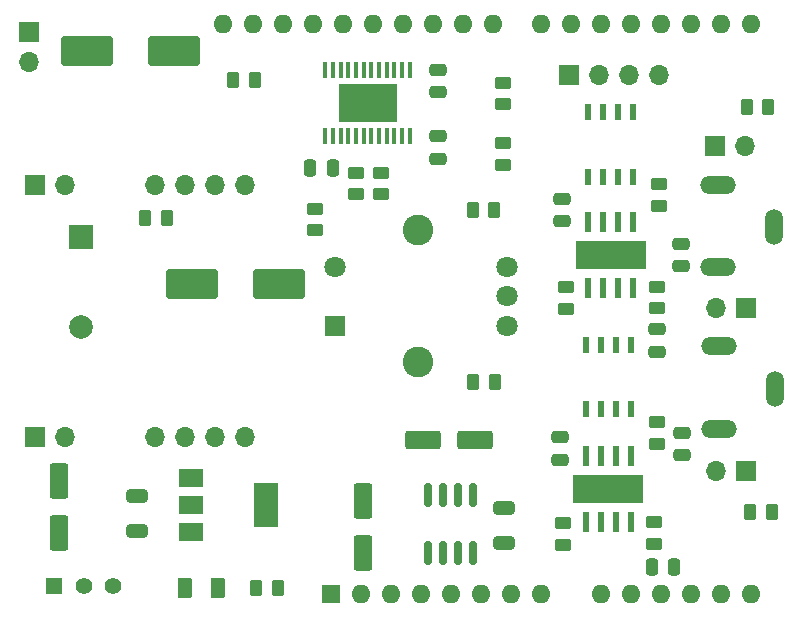
<source format=gts>
G04 #@! TF.GenerationSoftware,KiCad,Pcbnew,(6.0.4)*
G04 #@! TF.CreationDate,2025-04-28T20:29:24+10:00*
G04 #@! TF.ProjectId,OpenXstim,4f70656e-5873-4746-996d-2e6b69636164,rev?*
G04 #@! TF.SameCoordinates,Original*
G04 #@! TF.FileFunction,Soldermask,Top*
G04 #@! TF.FilePolarity,Negative*
%FSLAX46Y46*%
G04 Gerber Fmt 4.6, Leading zero omitted, Abs format (unit mm)*
G04 Created by KiCad (PCBNEW (6.0.4)) date 2025-04-28 20:29:24*
%MOMM*%
%LPD*%
G01*
G04 APERTURE LIST*
G04 Aperture macros list*
%AMRoundRect*
0 Rectangle with rounded corners*
0 $1 Rounding radius*
0 $2 $3 $4 $5 $6 $7 $8 $9 X,Y pos of 4 corners*
0 Add a 4 corners polygon primitive as box body*
4,1,4,$2,$3,$4,$5,$6,$7,$8,$9,$2,$3,0*
0 Add four circle primitives for the rounded corners*
1,1,$1+$1,$2,$3*
1,1,$1+$1,$4,$5*
1,1,$1+$1,$6,$7*
1,1,$1+$1,$8,$9*
0 Add four rect primitives between the rounded corners*
20,1,$1+$1,$2,$3,$4,$5,0*
20,1,$1+$1,$4,$5,$6,$7,0*
20,1,$1+$1,$6,$7,$8,$9,0*
20,1,$1+$1,$8,$9,$2,$3,0*%
G04 Aperture macros list end*
%ADD10RoundRect,0.250000X0.262500X0.450000X-0.262500X0.450000X-0.262500X-0.450000X0.262500X-0.450000X0*%
%ADD11RoundRect,0.250000X1.250000X0.550000X-1.250000X0.550000X-1.250000X-0.550000X1.250000X-0.550000X0*%
%ADD12R,0.355600X1.473200*%
%ADD13R,5.029200X3.251200*%
%ADD14RoundRect,0.250000X0.450000X-0.262500X0.450000X0.262500X-0.450000X0.262500X-0.450000X-0.262500X0*%
%ADD15RoundRect,0.250000X-0.262500X-0.450000X0.262500X-0.450000X0.262500X0.450000X-0.262500X0.450000X0*%
%ADD16RoundRect,0.250000X-0.250000X-0.475000X0.250000X-0.475000X0.250000X0.475000X-0.250000X0.475000X0*%
%ADD17RoundRect,0.250000X-0.550000X1.250000X-0.550000X-1.250000X0.550000X-1.250000X0.550000X1.250000X0*%
%ADD18R,1.700000X1.700000*%
%ADD19O,1.700000X1.700000*%
%ADD20RoundRect,0.150000X-0.150000X0.825000X-0.150000X-0.825000X0.150000X-0.825000X0.150000X0.825000X0*%
%ADD21R,2.000000X1.500000*%
%ADD22R,2.000000X3.800000*%
%ADD23RoundRect,0.250000X0.475000X-0.250000X0.475000X0.250000X-0.475000X0.250000X-0.475000X-0.250000X0*%
%ADD24RoundRect,0.250000X0.250000X0.475000X-0.250000X0.475000X-0.250000X-0.475000X0.250000X-0.475000X0*%
%ADD25R,0.600000X1.800000*%
%ADD26R,6.000000X2.400000*%
%ADD27C,2.600000*%
%ADD28C,1.800000*%
%ADD29R,1.800000X1.800000*%
%ADD30O,1.508000X3.016000*%
%ADD31O,3.016000X1.508000*%
%ADD32R,2.000000X2.000000*%
%ADD33C,2.000000*%
%ADD34R,0.482600X1.447800*%
%ADD35RoundRect,0.250000X-0.375000X-0.625000X0.375000X-0.625000X0.375000X0.625000X-0.375000X0.625000X0*%
%ADD36RoundRect,0.250000X0.650000X-0.325000X0.650000X0.325000X-0.650000X0.325000X-0.650000X-0.325000X0*%
%ADD37RoundRect,0.250000X-0.450000X0.262500X-0.450000X-0.262500X0.450000X-0.262500X0.450000X0.262500X0*%
%ADD38RoundRect,0.250000X1.950000X1.000000X-1.950000X1.000000X-1.950000X-1.000000X1.950000X-1.000000X0*%
%ADD39R,1.408000X1.408000*%
%ADD40C,1.408000*%
%ADD41RoundRect,0.250000X-0.475000X0.250000X-0.475000X-0.250000X0.475000X-0.250000X0.475000X0.250000X0*%
%ADD42RoundRect,0.250000X0.550000X-1.250000X0.550000X1.250000X-0.550000X1.250000X-0.550000X-1.250000X0*%
%ADD43R,1.600000X1.600000*%
%ADD44O,1.600000X1.600000*%
G04 APERTURE END LIST*
D10*
X239113700Y-73507600D03*
X237288700Y-73507600D03*
D11*
X214290000Y-101701600D03*
X209890000Y-101701600D03*
D12*
X208756199Y-70332600D03*
X208106200Y-70332600D03*
X207456202Y-70332600D03*
X206806201Y-70332600D03*
X206156202Y-70332600D03*
X205506201Y-70332600D03*
X204856202Y-70332600D03*
X204206201Y-70332600D03*
X203556202Y-70332600D03*
X202906201Y-70332600D03*
X202256202Y-70332600D03*
X201606201Y-70332600D03*
X201606201Y-75971400D03*
X202256200Y-75971400D03*
X202906201Y-75971400D03*
X203556199Y-75971400D03*
X204206201Y-75971400D03*
X204856199Y-75971400D03*
X205506198Y-75971400D03*
X206156199Y-75971400D03*
X206806198Y-75971400D03*
X207456199Y-75971400D03*
X208106198Y-75971400D03*
X208756199Y-75971400D03*
D13*
X205181200Y-73152000D03*
D14*
X229666800Y-102004500D03*
X229666800Y-100179500D03*
D15*
X193803900Y-71221600D03*
X195628900Y-71221600D03*
D16*
X229224800Y-112471200D03*
X231124800Y-112471200D03*
D14*
X229819200Y-81835000D03*
X229819200Y-80010000D03*
D15*
X186336300Y-82905600D03*
X188161300Y-82905600D03*
D17*
X204774800Y-106816800D03*
X204774800Y-111216800D03*
D18*
X237241000Y-104292400D03*
D19*
X234701000Y-104292400D03*
D20*
X214147400Y-106338600D03*
X212877400Y-106338600D03*
X211607400Y-106338600D03*
X210337400Y-106338600D03*
X210337400Y-111288600D03*
X211607400Y-111288600D03*
X212877400Y-111288600D03*
X214147400Y-111288600D03*
D21*
X190245600Y-104888000D03*
X190245600Y-107188000D03*
X190245600Y-109488000D03*
D22*
X196545600Y-107188000D03*
D23*
X211175600Y-77861200D03*
X211175600Y-75961200D03*
D24*
X202219600Y-78689200D03*
X200319600Y-78689200D03*
D25*
X227680200Y-83204400D03*
X226410200Y-83204400D03*
X225140200Y-83204400D03*
X223870200Y-83204400D03*
X223870200Y-88804400D03*
X225140200Y-88804400D03*
X226410200Y-88804400D03*
X227680200Y-88804400D03*
D26*
X225755200Y-86004400D03*
D27*
X209448400Y-95109600D03*
X209448400Y-83909600D03*
D28*
X216948400Y-92009600D03*
X216948400Y-87009600D03*
X216948400Y-89509600D03*
D29*
X202448400Y-92009600D03*
D28*
X202448400Y-87009600D03*
D25*
X227477000Y-103067200D03*
X226207000Y-103067200D03*
X224937000Y-103067200D03*
X223667000Y-103067200D03*
X223667000Y-108667200D03*
X224937000Y-108667200D03*
X226207000Y-108667200D03*
X227477000Y-108667200D03*
D26*
X225552000Y-105867200D03*
D30*
X239636000Y-97332800D03*
D31*
X234936000Y-100732800D03*
X234936000Y-93732800D03*
D32*
X180949600Y-84490400D03*
D33*
X180949600Y-92090400D03*
D15*
X214073100Y-82194400D03*
X215898100Y-82194400D03*
X195734300Y-114198400D03*
X197559300Y-114198400D03*
D23*
X221488000Y-103362800D03*
X221488000Y-101462800D03*
D18*
X234640200Y-76809600D03*
D19*
X237180200Y-76809600D03*
D18*
X177008000Y-101396800D03*
D19*
X179548000Y-101396800D03*
X187168000Y-101396800D03*
X189708000Y-101396800D03*
X192248000Y-101396800D03*
X194788000Y-101396800D03*
D23*
X231800400Y-102956400D03*
X231800400Y-101056400D03*
D34*
X227457000Y-93637100D03*
X226187000Y-93637100D03*
X224917000Y-93637100D03*
X223647000Y-93637100D03*
X223647000Y-99098100D03*
X224917000Y-99098100D03*
X226187000Y-99098100D03*
X227457000Y-99098100D03*
D35*
X189760400Y-114198400D03*
X192560400Y-114198400D03*
D36*
X216763600Y-110390200D03*
X216763600Y-107440200D03*
D14*
X229412800Y-110488100D03*
X229412800Y-108663100D03*
X221691200Y-110538900D03*
X221691200Y-108713900D03*
D23*
X211175600Y-72222400D03*
X211175600Y-70322400D03*
D37*
X206349600Y-79046700D03*
X206349600Y-80871700D03*
D18*
X222212800Y-70764400D03*
D19*
X224752800Y-70764400D03*
X227292800Y-70764400D03*
X229832800Y-70764400D03*
D14*
X221996000Y-90574500D03*
X221996000Y-88749500D03*
D37*
X216611200Y-71426700D03*
X216611200Y-73251700D03*
D30*
X239585200Y-83667600D03*
D31*
X234885200Y-87067600D03*
X234885200Y-80067600D03*
D23*
X221640400Y-83144400D03*
X221640400Y-81244400D03*
D14*
X229666800Y-90523700D03*
X229666800Y-88698700D03*
D38*
X188815200Y-68732400D03*
X181415200Y-68732400D03*
D14*
X204216000Y-80871700D03*
X204216000Y-79046700D03*
D18*
X177008000Y-80111600D03*
D19*
X179548000Y-80111600D03*
X187168000Y-80111600D03*
X189708000Y-80111600D03*
X192248000Y-80111600D03*
X194788000Y-80111600D03*
D18*
X176530000Y-67152600D03*
D19*
X176530000Y-69692600D03*
D14*
X216611200Y-78382500D03*
X216611200Y-76557500D03*
D10*
X239418500Y-107797600D03*
X237593500Y-107797600D03*
D15*
X214122000Y-96774000D03*
X215947000Y-96774000D03*
D39*
X178645100Y-114046000D03*
D40*
X181145100Y-114046000D03*
X183645100Y-114046000D03*
D41*
X231749600Y-85054400D03*
X231749600Y-86954400D03*
D42*
X179019200Y-109591200D03*
X179019200Y-105191200D03*
D34*
X227660200Y-73926700D03*
X226390200Y-73926700D03*
X225120200Y-73926700D03*
X223850200Y-73926700D03*
X223850200Y-79387700D03*
X225120200Y-79387700D03*
X226390200Y-79387700D03*
X227660200Y-79387700D03*
D41*
X229666800Y-92318800D03*
X229666800Y-94218800D03*
D18*
X237241000Y-90525600D03*
D19*
X234701000Y-90525600D03*
D36*
X185674000Y-109374200D03*
X185674000Y-106424200D03*
D37*
X200761600Y-82094700D03*
X200761600Y-83919700D03*
D38*
X197705200Y-88493600D03*
X190305200Y-88493600D03*
D43*
X202057000Y-114706400D03*
D44*
X204597000Y-114706400D03*
X207137000Y-114706400D03*
X209677000Y-114706400D03*
X212217000Y-114706400D03*
X214757000Y-114706400D03*
X217297000Y-114706400D03*
X219837000Y-114706400D03*
X224917000Y-114706400D03*
X227457000Y-114706400D03*
X229997000Y-114706400D03*
X232537000Y-114706400D03*
X235077000Y-114706400D03*
X237617000Y-114706400D03*
X237617000Y-66446400D03*
X235077000Y-66446400D03*
X232537000Y-66446400D03*
X229997000Y-66446400D03*
X227457000Y-66446400D03*
X224917000Y-66446400D03*
X222377000Y-66446400D03*
X219837000Y-66446400D03*
X215777000Y-66446400D03*
X213237000Y-66446400D03*
X210697000Y-66446400D03*
X208157000Y-66446400D03*
X205617000Y-66446400D03*
X203077000Y-66446400D03*
X200537000Y-66446400D03*
X197997000Y-66446400D03*
X195457000Y-66446400D03*
X192917000Y-66446400D03*
M02*

</source>
